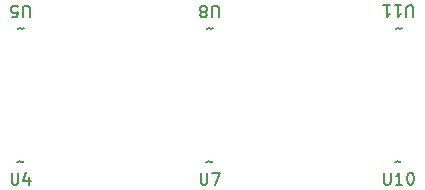
<source format=gbr>
%TF.GenerationSoftware,KiCad,Pcbnew,7.0.9*%
%TF.CreationDate,2025-07-28T09:11:42-04:00*%
%TF.ProjectId,bb8DomeNeopixels,62623844-6f6d-4654-9e65-6f706978656c,rev?*%
%TF.SameCoordinates,Original*%
%TF.FileFunction,AssemblyDrawing,Top*%
%FSLAX46Y46*%
G04 Gerber Fmt 4.6, Leading zero omitted, Abs format (unit mm)*
G04 Created by KiCad (PCBNEW 7.0.9) date 2025-07-28 09:11:42*
%MOMM*%
%LPD*%
G01*
G04 APERTURE LIST*
%ADD10C,0.150000*%
G04 APERTURE END LIST*
D10*
X140368095Y-85241366D02*
X140415714Y-85193747D01*
X140415714Y-85193747D02*
X140510952Y-85146128D01*
X140510952Y-85146128D02*
X140701428Y-85241366D01*
X140701428Y-85241366D02*
X140796666Y-85193747D01*
X140796666Y-85193747D02*
X140844285Y-85146128D01*
X139868095Y-86122319D02*
X139868095Y-86931842D01*
X139868095Y-86931842D02*
X139915714Y-87027080D01*
X139915714Y-87027080D02*
X139963333Y-87074700D01*
X139963333Y-87074700D02*
X140058571Y-87122319D01*
X140058571Y-87122319D02*
X140249047Y-87122319D01*
X140249047Y-87122319D02*
X140344285Y-87074700D01*
X140344285Y-87074700D02*
X140391904Y-87027080D01*
X140391904Y-87027080D02*
X140439523Y-86931842D01*
X140439523Y-86931842D02*
X140439523Y-86122319D01*
X140820476Y-86122319D02*
X141487142Y-86122319D01*
X141487142Y-86122319D02*
X141058571Y-87122319D01*
X124891904Y-73843633D02*
X124844285Y-73891252D01*
X124844285Y-73891252D02*
X124749047Y-73938871D01*
X124749047Y-73938871D02*
X124558571Y-73843633D01*
X124558571Y-73843633D02*
X124463333Y-73891252D01*
X124463333Y-73891252D02*
X124415714Y-73938871D01*
X125391904Y-72962680D02*
X125391904Y-72153157D01*
X125391904Y-72153157D02*
X125344285Y-72057919D01*
X125344285Y-72057919D02*
X125296666Y-72010300D01*
X125296666Y-72010300D02*
X125201428Y-71962680D01*
X125201428Y-71962680D02*
X125010952Y-71962680D01*
X125010952Y-71962680D02*
X124915714Y-72010300D01*
X124915714Y-72010300D02*
X124868095Y-72057919D01*
X124868095Y-72057919D02*
X124820476Y-72153157D01*
X124820476Y-72153157D02*
X124820476Y-72962680D01*
X123868095Y-72962680D02*
X124344285Y-72962680D01*
X124344285Y-72962680D02*
X124391904Y-72486490D01*
X124391904Y-72486490D02*
X124344285Y-72534109D01*
X124344285Y-72534109D02*
X124249047Y-72581728D01*
X124249047Y-72581728D02*
X124010952Y-72581728D01*
X124010952Y-72581728D02*
X123915714Y-72534109D01*
X123915714Y-72534109D02*
X123868095Y-72486490D01*
X123868095Y-72486490D02*
X123820476Y-72391252D01*
X123820476Y-72391252D02*
X123820476Y-72153157D01*
X123820476Y-72153157D02*
X123868095Y-72057919D01*
X123868095Y-72057919D02*
X123915714Y-72010300D01*
X123915714Y-72010300D02*
X124010952Y-71962680D01*
X124010952Y-71962680D02*
X124249047Y-71962680D01*
X124249047Y-71962680D02*
X124344285Y-72010300D01*
X124344285Y-72010300D02*
X124391904Y-72057919D01*
X156368095Y-85236366D02*
X156415714Y-85188747D01*
X156415714Y-85188747D02*
X156510952Y-85141128D01*
X156510952Y-85141128D02*
X156701428Y-85236366D01*
X156701428Y-85236366D02*
X156796666Y-85188747D01*
X156796666Y-85188747D02*
X156844285Y-85141128D01*
X155391905Y-86117319D02*
X155391905Y-86926842D01*
X155391905Y-86926842D02*
X155439524Y-87022080D01*
X155439524Y-87022080D02*
X155487143Y-87069700D01*
X155487143Y-87069700D02*
X155582381Y-87117319D01*
X155582381Y-87117319D02*
X155772857Y-87117319D01*
X155772857Y-87117319D02*
X155868095Y-87069700D01*
X155868095Y-87069700D02*
X155915714Y-87022080D01*
X155915714Y-87022080D02*
X155963333Y-86926842D01*
X155963333Y-86926842D02*
X155963333Y-86117319D01*
X156963333Y-87117319D02*
X156391905Y-87117319D01*
X156677619Y-87117319D02*
X156677619Y-86117319D01*
X156677619Y-86117319D02*
X156582381Y-86260176D01*
X156582381Y-86260176D02*
X156487143Y-86355414D01*
X156487143Y-86355414D02*
X156391905Y-86403033D01*
X157582381Y-86117319D02*
X157677619Y-86117319D01*
X157677619Y-86117319D02*
X157772857Y-86164938D01*
X157772857Y-86164938D02*
X157820476Y-86212557D01*
X157820476Y-86212557D02*
X157868095Y-86307795D01*
X157868095Y-86307795D02*
X157915714Y-86498271D01*
X157915714Y-86498271D02*
X157915714Y-86736366D01*
X157915714Y-86736366D02*
X157868095Y-86926842D01*
X157868095Y-86926842D02*
X157820476Y-87022080D01*
X157820476Y-87022080D02*
X157772857Y-87069700D01*
X157772857Y-87069700D02*
X157677619Y-87117319D01*
X157677619Y-87117319D02*
X157582381Y-87117319D01*
X157582381Y-87117319D02*
X157487143Y-87069700D01*
X157487143Y-87069700D02*
X157439524Y-87022080D01*
X157439524Y-87022080D02*
X157391905Y-86926842D01*
X157391905Y-86926842D02*
X157344286Y-86736366D01*
X157344286Y-86736366D02*
X157344286Y-86498271D01*
X157344286Y-86498271D02*
X157391905Y-86307795D01*
X157391905Y-86307795D02*
X157439524Y-86212557D01*
X157439524Y-86212557D02*
X157487143Y-86164938D01*
X157487143Y-86164938D02*
X157582381Y-86117319D01*
X156891904Y-73838633D02*
X156844285Y-73886252D01*
X156844285Y-73886252D02*
X156749047Y-73933871D01*
X156749047Y-73933871D02*
X156558571Y-73838633D01*
X156558571Y-73838633D02*
X156463333Y-73886252D01*
X156463333Y-73886252D02*
X156415714Y-73933871D01*
X157868094Y-72957680D02*
X157868094Y-72148157D01*
X157868094Y-72148157D02*
X157820475Y-72052919D01*
X157820475Y-72052919D02*
X157772856Y-72005300D01*
X157772856Y-72005300D02*
X157677618Y-71957680D01*
X157677618Y-71957680D02*
X157487142Y-71957680D01*
X157487142Y-71957680D02*
X157391904Y-72005300D01*
X157391904Y-72005300D02*
X157344285Y-72052919D01*
X157344285Y-72052919D02*
X157296666Y-72148157D01*
X157296666Y-72148157D02*
X157296666Y-72957680D01*
X156296666Y-71957680D02*
X156868094Y-71957680D01*
X156582380Y-71957680D02*
X156582380Y-72957680D01*
X156582380Y-72957680D02*
X156677618Y-72814823D01*
X156677618Y-72814823D02*
X156772856Y-72719585D01*
X156772856Y-72719585D02*
X156868094Y-72671966D01*
X155344285Y-71957680D02*
X155915713Y-71957680D01*
X155629999Y-71957680D02*
X155629999Y-72957680D01*
X155629999Y-72957680D02*
X155725237Y-72814823D01*
X155725237Y-72814823D02*
X155820475Y-72719585D01*
X155820475Y-72719585D02*
X155915713Y-72671966D01*
X140891904Y-73843633D02*
X140844285Y-73891252D01*
X140844285Y-73891252D02*
X140749047Y-73938871D01*
X140749047Y-73938871D02*
X140558571Y-73843633D01*
X140558571Y-73843633D02*
X140463333Y-73891252D01*
X140463333Y-73891252D02*
X140415714Y-73938871D01*
X141391904Y-72962680D02*
X141391904Y-72153157D01*
X141391904Y-72153157D02*
X141344285Y-72057919D01*
X141344285Y-72057919D02*
X141296666Y-72010300D01*
X141296666Y-72010300D02*
X141201428Y-71962680D01*
X141201428Y-71962680D02*
X141010952Y-71962680D01*
X141010952Y-71962680D02*
X140915714Y-72010300D01*
X140915714Y-72010300D02*
X140868095Y-72057919D01*
X140868095Y-72057919D02*
X140820476Y-72153157D01*
X140820476Y-72153157D02*
X140820476Y-72962680D01*
X140201428Y-72534109D02*
X140296666Y-72581728D01*
X140296666Y-72581728D02*
X140344285Y-72629347D01*
X140344285Y-72629347D02*
X140391904Y-72724585D01*
X140391904Y-72724585D02*
X140391904Y-72772204D01*
X140391904Y-72772204D02*
X140344285Y-72867442D01*
X140344285Y-72867442D02*
X140296666Y-72915061D01*
X140296666Y-72915061D02*
X140201428Y-72962680D01*
X140201428Y-72962680D02*
X140010952Y-72962680D01*
X140010952Y-72962680D02*
X139915714Y-72915061D01*
X139915714Y-72915061D02*
X139868095Y-72867442D01*
X139868095Y-72867442D02*
X139820476Y-72772204D01*
X139820476Y-72772204D02*
X139820476Y-72724585D01*
X139820476Y-72724585D02*
X139868095Y-72629347D01*
X139868095Y-72629347D02*
X139915714Y-72581728D01*
X139915714Y-72581728D02*
X140010952Y-72534109D01*
X140010952Y-72534109D02*
X140201428Y-72534109D01*
X140201428Y-72534109D02*
X140296666Y-72486490D01*
X140296666Y-72486490D02*
X140344285Y-72438871D01*
X140344285Y-72438871D02*
X140391904Y-72343633D01*
X140391904Y-72343633D02*
X140391904Y-72153157D01*
X140391904Y-72153157D02*
X140344285Y-72057919D01*
X140344285Y-72057919D02*
X140296666Y-72010300D01*
X140296666Y-72010300D02*
X140201428Y-71962680D01*
X140201428Y-71962680D02*
X140010952Y-71962680D01*
X140010952Y-71962680D02*
X139915714Y-72010300D01*
X139915714Y-72010300D02*
X139868095Y-72057919D01*
X139868095Y-72057919D02*
X139820476Y-72153157D01*
X139820476Y-72153157D02*
X139820476Y-72343633D01*
X139820476Y-72343633D02*
X139868095Y-72438871D01*
X139868095Y-72438871D02*
X139915714Y-72486490D01*
X139915714Y-72486490D02*
X140010952Y-72534109D01*
X124368095Y-85241366D02*
X124415714Y-85193747D01*
X124415714Y-85193747D02*
X124510952Y-85146128D01*
X124510952Y-85146128D02*
X124701428Y-85241366D01*
X124701428Y-85241366D02*
X124796666Y-85193747D01*
X124796666Y-85193747D02*
X124844285Y-85146128D01*
X123868095Y-86122319D02*
X123868095Y-86931842D01*
X123868095Y-86931842D02*
X123915714Y-87027080D01*
X123915714Y-87027080D02*
X123963333Y-87074700D01*
X123963333Y-87074700D02*
X124058571Y-87122319D01*
X124058571Y-87122319D02*
X124249047Y-87122319D01*
X124249047Y-87122319D02*
X124344285Y-87074700D01*
X124344285Y-87074700D02*
X124391904Y-87027080D01*
X124391904Y-87027080D02*
X124439523Y-86931842D01*
X124439523Y-86931842D02*
X124439523Y-86122319D01*
X125344285Y-86455652D02*
X125344285Y-87122319D01*
X125106190Y-86074700D02*
X124868095Y-86788985D01*
X124868095Y-86788985D02*
X125487142Y-86788985D01*
M02*

</source>
